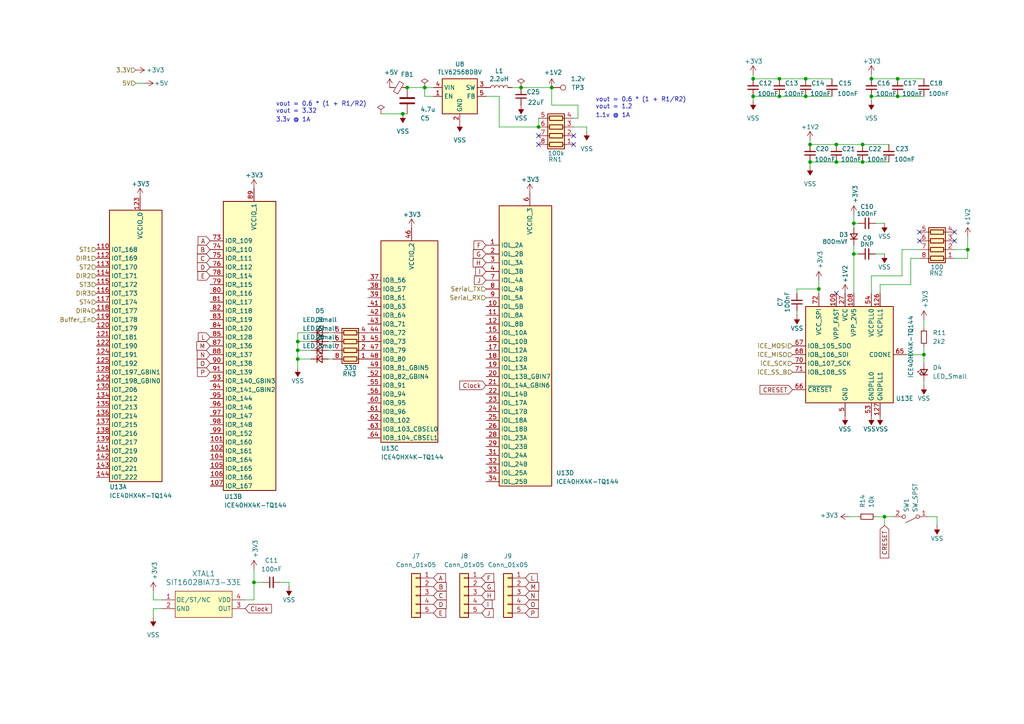
<source format=kicad_sch>
(kicad_sch (version 20231120) (generator "eeschema") (generator_version "8.0")
  (paper "A4")
  (lib_symbols
    (symbol "Connector:TestPoint" (pin_numbers hide) (pin_names (offset 0.762) hide)
      (property "Reference" "TP" (at 0 6.858 0))
      (property "Value" "TestPoint" (at 0 5.08 0))
      (symbol "TestPoint_1_1"
        (pin passive line (at 0 0 90) (length 2.54) (name "1") (number "1"))
      )
    )
    (symbol "Connector_Generic:Conn_01x05" (pin_names (offset 1.016) hide)
      (property "Reference" "J" (at 0 7.62 0))
      (property "Value" "Conn_01x05" (at 0 -7.62 0))
      (symbol "Conn_01x05_1_1"
        (pin passive line (at -5.08 5.08 0) (length 3.81) (name "Pin_1") (number "1"))
        (pin passive line (at -5.08 2.54 0) (length 3.81) (name "Pin_2") (number "2"))
        (pin passive line (at -5.08 0 0) (length 3.81) (name "Pin_3") (number "3"))
        (pin passive line (at -5.08 -2.54 0) (length 3.81) (name "Pin_4") (number "4"))
        (pin passive line (at -5.08 -5.08 0) (length 3.81) (name "Pin_5") (number "5"))
      )
    )
    (symbol "Device:C" (pin_numbers hide) (pin_names (offset 0.254))
      (property "Reference" "C" (at 0.635 2.54 0))
      (property "Value" "C" (at 0.635 -2.54 0))
      (symbol "C_1_1"
        (pin passive line (at 0 3.81 270) (length 2.794) (name "~") (number "1"))
        (pin passive line (at 0 -3.81 90) (length 2.794) (name "~") (number "2"))
      )
    )
    (symbol "Device:C_Small" (pin_numbers hide) (pin_names (offset 0.254) hide)
      (property "Reference" "C" (at 0.254 1.778 0))
      (property "Value" "C_Small" (at 0.254 -2.032 0))
      (symbol "C_Small_1_1"
        (pin passive line (at 0 2.54 270) (length 2.032) (name "~") (number "1"))
        (pin passive line (at 0 -2.54 90) (length 2.032) (name "~") (number "2"))
      )
    )
    (symbol "Device:D_Small" (pin_numbers hide) (pin_names (offset 0.254) hide)
      (property "Reference" "D" (at -1.27 2.032 0))
      (property "Value" "D_Small" (at -3.81 -2.032 0))
      (symbol "D_Small_1_1"
        (pin passive line (at -2.54 0 0) (length 1.778) (name "K") (number "1"))
        (pin passive line (at 2.54 0 180) (length 1.778) (name "A") (number "2"))
      )
    )
    (symbol "Device:L" (pin_numbers hide) (pin_names (offset 1.016) hide)
      (property "Reference" "L" (at -1.27 0 90))
      (property "Value" "L" (at 1.905 0 90))
      (symbol "L_1_1"
        (pin passive line (at 0 3.81 270) (length 1.27) (name "1") (number "1"))
        (pin passive line (at 0 -3.81 90) (length 1.27) (name "2") (number "2"))
      )
    )
    (symbol "Device:LED_Small" (pin_numbers hide) (pin_names (offset 0.254) hide)
      (property "Reference" "D" (at -1.27 3.175 0))
      (property "Value" "LED_Small" (at -4.445 -2.54 0))
      (symbol "LED_Small_1_1"
        (pin passive line (at -2.54 0 0) (length 1.778) (name "K") (number "1"))
        (pin passive line (at 2.54 0 180) (length 1.778) (name "A") (number "2"))
      )
    )
    (symbol "Device:R_Pack04" (pin_names (offset 0) hide)
      (property "Reference" "RN" (at -7.62 0 90))
      (property "Value" "R_Pack04" (at 5.08 0 90))
      (symbol "R_Pack04_1_1"
        (pin passive line (at -5.08 -5.08 90) (length 2.54) (name "R1.1") (number "1"))
        (pin passive line (at -2.54 -5.08 90) (length 2.54) (name "R2.1") (number "2"))
        (pin passive line (at 0 -5.08 90) (length 2.54) (name "R3.1") (number "3"))
        (pin passive line (at 2.54 -5.08 90) (length 2.54) (name "R4.1") (number "4"))
        (pin passive line (at 2.54 5.08 270) (length 2.54) (name "R4.2") (number "5"))
        (pin passive line (at 0 5.08 270) (length 2.54) (name "R3.2") (number "6"))
        (pin passive line (at -2.54 5.08 270) (length 2.54) (name "R2.2") (number "7"))
        (pin passive line (at -5.08 5.08 270) (length 2.54) (name "R1.2") (number "8"))
      )
    )
    (symbol "Device:R_Small" (pin_numbers hide) (pin_names (offset 0.254) hide)
      (property "Reference" "R" (at 0.762 0.508 0))
      (property "Value" "R_Small" (at 0.762 -1.016 0))
      (symbol "R_Small_1_1"
        (pin passive line (at 0 2.54 270) (length 0.762) (name "~") (number "1"))
        (pin passive line (at 0 -2.54 90) (length 0.762) (name "~") (number "2"))
      )
    )
    (symbol "FPGA_Lattice:ICE40HX4K-TQ144"
      (property "Reference" "U" (at 12.7 53.34 0))
      (property "Value" "ICE40HX4K-TQ144" (at 30.48 48.26 0))
      (symbol "ICE40HX4K-TQ144_1_1"
        (pin bidirectional line (at -12.7 30.48 0) (length 3.81) (name "IOT_168") (number "110"))
        (pin bidirectional line (at -12.7 27.94 0) (length 3.81) (name "IOT_169") (number "112"))
        (pin bidirectional line (at -12.7 25.4 0) (length 3.81) (name "IOT_170") (number "113"))
        (pin bidirectional line (at -12.7 22.86 0) (length 3.81) (name "IOT_171") (number "114"))
        (pin bidirectional line (at -12.7 20.32 0) (length 3.81) (name "IOT_172") (number "115"))
        (pin bidirectional line (at -12.7 17.78 0) (length 3.81) (name "IOT_173") (number "116"))
        (pin bidirectional line (at -12.7 15.24 0) (length 3.81) (name "IOT_174") (number "117"))
        (pin bidirectional line (at -12.7 12.7 0) (length 3.81) (name "IOT_177") (number "118"))
        (pin bidirectional line (at -12.7 10.16 0) (length 3.81) (name "IOT_178") (number "119"))
        (pin bidirectional line (at -12.7 7.62 0) (length 3.81) (name "IOT_179") (number "120"))
        (pin bidirectional line (at -12.7 5.08 0) (length 3.81) (name "IOT_181") (number "121"))
        (pin bidirectional line (at -12.7 2.54 0) (length 3.81) (name "IOT_190") (number "122"))
        (pin power_in line (at 0 45.72 270) (length 3.81) (name "VCCIO_0") (number "123"))
        (pin bidirectional line (at -12.7 0 0) (length 3.81) (name "IOT_191") (number "124"))
        (pin bidirectional line (at -12.7 -2.54 0) (length 3.81) (name "IOT_192") (number "125"))
        (pin bidirectional line (at -12.7 -5.08 0) (length 3.81) (name "IOT_197_GBIN1") (number "128"))
        (pin bidirectional line (at -12.7 -7.62 0) (length 3.81) (name "IOT_198_GBIN0") (number "129"))
        (pin bidirectional line (at -12.7 -10.16 0) (length 3.81) (name "IOT_206") (number "130"))
        (pin passive line (at 0 45.72 270) (length 3.81) hide (name "VCCIO_0") (number "131"))
        (pin bidirectional line (at -12.7 -12.7 0) (length 3.81) (name "IOT_212") (number "134"))
        (pin bidirectional line (at -12.7 -15.24 0) (length 3.81) (name "IOT_213") (number "135"))
        (pin bidirectional line (at -12.7 -17.78 0) (length 3.81) (name "IOT_214") (number "136"))
        (pin bidirectional line (at -12.7 -20.32 0) (length 3.81) (name "IOT_215") (number "137"))
        (pin bidirectional line (at -12.7 -22.86 0) (length 3.81) (name "IOT_216") (number "138"))
        (pin bidirectional line (at -12.7 -25.4 0) (length 3.81) (name "IOT_217") (number "139"))
        (pin bidirectional line (at -12.7 -27.94 0) (length 3.81) (name "IOT_219") (number "141"))
        (pin bidirectional line (at -12.7 -30.48 0) (length 3.81) (name "IOT_220") (number "142"))
        (pin bidirectional line (at -12.7 -33.02 0) (length 3.81) (name "IOT_221") (number "143"))
        (pin bidirectional line (at -12.7 -35.56 0) (length 3.81) (name "IOT_222") (number "144"))
      )
      (symbol "ICE40HX4K-TQ144_2_1"
        (pin passive line (at 0 48.26 270) (length 3.81) hide (name "VCCIO_1") (number "100"))
        (pin bidirectional line (at -12.7 -25.4 0) (length 3.81) (name "IOR_160") (number "101"))
        (pin bidirectional line (at -12.7 -27.94 0) (length 3.81) (name "IOR_161") (number "102"))
        (pin bidirectional line (at -12.7 -30.48 0) (length 3.81) (name "IOR_164") (number "104"))
        (pin bidirectional line (at -12.7 -33.02 0) (length 3.81) (name "IOR_165") (number "105"))
        (pin bidirectional line (at -12.7 -35.56 0) (length 3.81) (name "IOR_166") (number "106"))
        (pin bidirectional line (at -12.7 -38.1 0) (length 3.81) (name "IOR_167") (number "107"))
        (pin bidirectional line (at -12.7 33.02 0) (length 3.81) (name "IOR_109") (number "73"))
        (pin bidirectional line (at -12.7 30.48 0) (length 3.81) (name "IOR_110") (number "74"))
        (pin bidirectional line (at -12.7 27.94 0) (length 3.81) (name "IOR_111") (number "75"))
        (pin bidirectional line (at -12.7 25.4 0) (length 3.81) (name "IOR_112") (number "76"))
        (pin bidirectional line (at -12.7 22.86 0) (length 3.81) (name "IOR_114") (number "78"))
        (pin bidirectional line (at -12.7 20.32 0) (length 3.81) (name "IOR_115") (number "79"))
        (pin bidirectional line (at -12.7 17.78 0) (length 3.81) (name "IOR_116") (number "80"))
        (pin bidirectional line (at -12.7 15.24 0) (length 3.81) (name "IOR_117") (number "81"))
        (pin bidirectional line (at -12.7 12.7 0) (length 3.81) (name "IOR_118") (number "82"))
        (pin bidirectional line (at -12.7 10.16 0) (length 3.81) (name "IOR_119") (number "83"))
        (pin bidirectional line (at -12.7 7.62 0) (length 3.81) (name "IOR_120") (number "84"))
        (pin bidirectional line (at -12.7 5.08 0) (length 3.81) (name "IOR_128") (number "85"))
        (pin bidirectional line (at -12.7 2.54 0) (length 3.81) (name "IOR_136") (number "87"))
        (pin bidirectional line (at -12.7 0 0) (length 3.81) (name "IOR_137") (number "88"))
        (pin power_in line (at 0 48.26 270) (length 3.81) (name "VCCIO_1") (number "89"))
        (pin bidirectional line (at -12.7 -2.54 0) (length 3.81) (name "IOR_138") (number "90"))
        (pin bidirectional line (at -12.7 -5.08 0) (length 3.81) (name "IOR_139") (number "91"))
        (pin bidirectional line (at -12.7 -7.62 0) (length 3.81) (name "IOR_140_GBIN3") (number "93"))
        (pin bidirectional line (at -12.7 -10.16 0) (length 3.81) (name "IOR_141_GBIN2") (number "94"))
        (pin bidirectional line (at -12.7 -12.7 0) (length 3.81) (name "IOR_144") (number "95"))
        (pin bidirectional line (at -12.7 -15.24 0) (length 3.81) (name "IOR_146") (number "96"))
        (pin bidirectional line (at -12.7 -17.78 0) (length 3.81) (name "IOR_147") (number "97"))
        (pin bidirectional line (at -12.7 -20.32 0) (length 3.81) (name "IOR_148") (number "98"))
        (pin bidirectional line (at -12.7 -22.86 0) (length 3.81) (name "IOR_152") (number "99"))
      )
      (symbol "ICE40HX4K-TQ144_3_1"
        (pin bidirectional line (at -12.7 20.32 0) (length 3.81) (name "IOB_56") (number "37"))
        (pin bidirectional line (at -12.7 17.78 0) (length 3.81) (name "IOB_57") (number "38"))
        (pin bidirectional line (at -12.7 15.24 0) (length 3.81) (name "IOB_61") (number "39"))
        (pin bidirectional line (at -12.7 12.7 0) (length 3.81) (name "IOB_63") (number "41"))
        (pin bidirectional line (at -12.7 10.16 0) (length 3.81) (name "IOB_64") (number "42"))
        (pin bidirectional line (at -12.7 7.62 0) (length 3.81) (name "IOB_71") (number "43"))
        (pin bidirectional line (at -12.7 5.08 0) (length 3.81) (name "IOB_72") (number "44"))
        (pin bidirectional line (at -12.7 2.54 0) (length 3.81) (name "IOB_73") (number "45"))
        (pin power_in line (at 0 35.56 270) (length 3.81) (name "VCCIO_2") (number "46"))
        (pin bidirectional line (at -12.7 0 0) (length 3.81) (name "IOB_79") (number "47"))
        (pin bidirectional line (at -12.7 -2.54 0) (length 3.81) (name "IOB_80") (number "48"))
        (pin bidirectional line (at -12.7 -5.08 0) (length 3.81) (name "IOB_81_GBIN5") (number "49"))
        (pin bidirectional line (at -12.7 -7.62 0) (length 3.81) (name "IOB_82_GBIN4") (number "52"))
        (pin bidirectional line (at -12.7 -10.16 0) (length 3.81) (name "IOB_91") (number "55"))
        (pin bidirectional line (at -12.7 -12.7 0) (length 3.81) (name "IOB_94") (number "56"))
        (pin passive line (at 0 35.56 270) (length 3.81) hide (name "VCCIO_2") (number "57"))
        (pin bidirectional line (at -12.7 -15.24 0) (length 3.81) (name "IOB_95") (number "60"))
        (pin bidirectional line (at -12.7 -17.78 0) (length 3.81) (name "IOB_96") (number "61"))
        (pin bidirectional line (at -12.7 -20.32 0) (length 3.81) (name "IOB_102") (number "62"))
        (pin bidirectional line (at -12.7 -22.86 0) (length 3.81) (name "IOB_103_CBSEL0") (number "63"))
        (pin bidirectional line (at -12.7 -25.4 0) (length 3.81) (name "IOB_104_CBSEL1") (number "64"))
      )
      (symbol "ICE40HX4K-TQ144_4_1"
        (pin bidirectional line (at -12.7 30.48 0) (length 3.81) (name "IOL_2A") (number "1"))
        (pin bidirectional line (at -12.7 12.7 0) (length 3.81) (name "IOL_5B") (number "10"))
        (pin bidirectional line (at -12.7 10.16 0) (length 3.81) (name "IOL_8A") (number "11"))
        (pin bidirectional line (at -12.7 7.62 0) (length 3.81) (name "IOL_8B") (number "12"))
        (pin bidirectional line (at -12.7 5.08 0) (length 3.81) (name "IOL_10A") (number "15"))
        (pin bidirectional line (at -12.7 2.54 0) (length 3.81) (name "IOL_10B") (number "16"))
        (pin bidirectional line (at -12.7 0 0) (length 3.81) (name "IOL_12A") (number "17"))
        (pin bidirectional line (at -12.7 -2.54 0) (length 3.81) (name "IOL_12B") (number "18"))
        (pin bidirectional line (at -12.7 -5.08 0) (length 3.81) (name "IOL_13A") (number "19"))
        (pin bidirectional line (at -12.7 27.94 0) (length 3.81) (name "IOL_2B") (number "2"))
        (pin bidirectional line (at -12.7 -7.62 0) (length 3.81) (name "IOL_13B_GBIN7") (number "20"))
        (pin bidirectional line (at -12.7 -10.16 0) (length 3.81) (name "IOL_14A_GBIN6") (number "21"))
        (pin bidirectional line (at -12.7 -12.7 0) (length 3.81) (name "IOL_14B") (number "22"))
        (pin bidirectional line (at -12.7 -15.24 0) (length 3.81) (name "IOL_17A") (number "23"))
        (pin bidirectional line (at -12.7 -17.78 0) (length 3.81) (name "IOL_17B") (number "24"))
        (pin bidirectional line (at -12.7 -20.32 0) (length 3.81) (name "IOL_18A") (number "25"))
        (pin bidirectional line (at -12.7 -22.86 0) (length 3.81) (name "IOL_18B") (number "26"))
        (pin bidirectional line (at -12.7 -25.4 0) (length 3.81) (name "IOL_23A") (number "28"))
        (pin bidirectional line (at -12.7 -27.94 0) (length 3.81) (name "IOL_23B") (number "29"))
        (pin bidirectional line (at -12.7 25.4 0) (length 3.81) (name "IOL_3A") (number "3"))
        (pin passive line (at 0 45.72 270) (length 3.81) hide (name "VCCIO_3") (number "30"))
        (pin bidirectional line (at -12.7 -30.48 0) (length 3.81) (name "IOL_24A") (number "31"))
        (pin bidirectional line (at -12.7 -33.02 0) (length 3.81) (name "IOL_24B") (number "32"))
        (pin bidirectional line (at -12.7 -35.56 0) (length 3.81) (name "IOL_25A") (number "33"))
        (pin bidirectional line (at -12.7 -38.1 0) (length 3.81) (name "IOL_25B") (number "34"))
        (pin bidirectional line (at -12.7 22.86 0) (length 3.81) (name "IOL_3B") (number "4"))
        (pin power_in line (at 0 45.72 270) (length 3.81) (name "VCCIO_3") (number "6"))
        (pin bidirectional line (at -12.7 20.32 0) (length 3.81) (name "IOL_4A") (number "7"))
        (pin bidirectional line (at -12.7 17.78 0) (length 3.81) (name "IOL_4B") (number "8"))
        (pin bidirectional line (at -12.7 15.24 0) (length 3.81) (name "IOL_5A") (number "9"))
      )
      (symbol "ICE40HX4K-TQ144_5_1"
        (pin passive line (at 0 -17.78 90) (length 3.81) hide (name "GND") (number "103"))
        (pin power_in line (at 2.54 17.78 270) (length 3.81) (name "VPP_2V5") (number "108"))
        (pin power_in line (at -2.54 17.78 270) (length 3.81) (name "VPP_FAST") (number "109"))
        (pin passive line (at 0 17.78 270) (length 3.81) hide (name "VCC") (number "111"))
        (pin power_in line (at 10.16 17.78 270) (length 3.81) (name "VCCPLL1") (number "126"))
        (pin power_in line (at 10.16 -17.78 90) (length 3.81) (name "GNDPLL1") (number "127"))
        (pin passive line (at 0 -17.78 90) (length 3.81) hide (name "GND") (number "13"))
        (pin passive line (at 0 -17.78 90) (length 3.81) hide (name "GND") (number "132"))
        (pin no_connect line (at 12.7 -10.16 180) (length 3.81) hide (name "NC") (number "133"))
        (pin passive line (at 0 -17.78 90) (length 3.81) hide (name "GND") (number "14"))
        (pin passive line (at 0 -17.78 90) (length 3.81) hide (name "GND") (number "140"))
        (pin power_in line (at 0 17.78 270) (length 3.81) (name "VCC") (number "27"))
        (pin no_connect line (at 12.7 5.08 180) (length 3.81) hide (name "NC") (number "35"))
        (pin no_connect line (at 12.7 2.54 180) (length 3.81) hide (name "NC") (number "36"))
        (pin passive line (at 0 17.78 270) (length 3.81) hide (name "VCC") (number "40"))
        (pin power_in line (at 0 -17.78 90) (length 3.81) (name "GND") (number "5"))
        (pin no_connect line (at 12.7 -2.54 180) (length 3.81) hide (name "NC") (number "50"))
        (pin no_connect line (at 12.7 -5.08 180) (length 3.81) hide (name "NC") (number "51"))
        (pin power_in line (at 7.62 -17.78 90) (length 3.81) (name "GNDPLL0") (number "53"))
        (pin power_in line (at 7.62 17.78 270) (length 3.81) (name "VCCPLL0") (number "54"))
        (pin no_connect line (at 12.7 -7.62 180) (length 3.81) hide (name "NC") (number "58"))
        (pin passive line (at 0 -17.78 90) (length 3.81) hide (name "GND") (number "59"))
        (pin open_collector line (at 17.78 0 180) (length 3.81) (name "CDONE") (number "65"))
        (pin input line (at -15.24 -10.16 0) (length 3.81) (name "~{CRESET}") (number "66"))
        (pin bidirectional line (at -15.24 2.54 0) (length 3.81) (name "IOB_105_SDO") (number "67"))
        (pin bidirectional line (at -15.24 0 0) (length 3.81) (name "IOB_106_SDI") (number "68"))
        (pin passive line (at 0 -17.78 90) (length 3.81) hide (name "GND") (number "69"))
        (pin bidirectional line (at -15.24 -2.54 0) (length 3.81) (name "IOB_107_SCK") (number "70"))
        (pin bidirectional line (at -15.24 -5.08 0) (length 3.81) (name "IOB_108_SS") (number "71"))
        (pin power_in line (at -7.62 17.78 270) (length 3.81) (name "VCC_SPI") (number "72"))
        (pin no_connect line (at 12.7 7.62 180) (length 3.81) hide (name "NC") (number "77"))
        (pin passive line (at 0 -17.78 90) (length 3.81) hide (name "GND") (number "86"))
        (pin passive line (at 0 17.78 270) (length 3.81) hide (name "VCC") (number "92"))
      )
    )
    (symbol "Regulator_Switching:TLV62568DBV"
      (property "Reference" "U" (at -5.08 6.35 0))
      (property "Value" "TLV62568DBV" (at 0 6.35 0))
      (symbol "TLV62568DBV_1_1"
        (pin input line (at -7.62 0 0) (length 2.54) (name "EN") (number "1"))
        (pin power_in line (at 0 -7.62 90) (length 2.54) (name "GND") (number "2"))
        (pin power_out line (at 7.62 2.54 180) (length 2.54) (name "SW") (number "3"))
        (pin power_in line (at -7.62 2.54 0) (length 2.54) (name "VIN") (number "4"))
        (pin input line (at 7.62 0 180) (length 2.54) (name "FB") (number "5"))
      )
    )
    (symbol "Switch:SW_SPST" (pin_names (offset 0) hide)
      (property "Reference" "SW" (at 0 3.175 0))
      (property "Value" "SW_SPST" (at 0 -2.54 0))
      (symbol "SW_SPST_1_1"
        (pin passive line (at -5.08 0 0) (length 2.54) (name "A") (number "1"))
        (pin passive line (at 5.08 0 180) (length 2.54) (name "B") (number "2"))
      )
    )
    (symbol "UE-Crystal:SIT1602BIA73-33E-33.330000E" (pin_names (offset 0.254))
      (property "Reference" "XTAL" (at 16.002 6.604 0))
      (property "Value" "SIT1602BIA73-33E" (at 15.748 4.064 0))
      (symbol "SIT1602BIA73-33E-33.330000E_1_1"
        (pin unspecified line (at 3.81 0 0) (length 3.81) (name "OE/ST/NC") (number "1"))
        (pin power_out line (at 3.81 -2.54 0) (length 3.81) (name "GND") (number "2"))
        (pin output line (at 27.94 -2.54 180) (length 3.81) (name "OUT") (number "3"))
        (pin power_in line (at 27.94 0 180) (length 3.81) (name "VDD") (number "4"))
      )
    )
    (symbol "basic-ecp5-pcb-rescue:+1V1-power" (power) (pin_names (offset 0))
      (property "Value" "power_+1V1" (at 0 3.556 0))
      (symbol "+1V1-power_1_1"
        (pin power_in line (at 0 0 90) (length 0) hide (name "+1V1") (number "1"))
      )
    )
    (symbol "basic-ecp5-pcb-rescue:+3.3V-power" (power) (pin_names (offset 0))
      (property "Value" "power_+3.3V" (at 0 3.556 0))
      (symbol "+3.3V-power_1_1"
        (pin power_in line (at 0 0 90) (length 0) hide (name "+3V3") (number "1"))
      )
    )
    (symbol "basic-ecp5-pcb-rescue:+5V-power" (power) (pin_names (offset 0))
      (property "Value" "power_+5V" (at 0 3.556 0))
      (symbol "+5V-power_1_1"
        (pin power_in line (at 0 0 90) (length 0) hide (name "+5V") (number "1"))
      )
    )
    (symbol "basic-ecp5-pcb-rescue:Ferrite_Bead_Small-Device" (pin_numbers hide) (pin_names (offset 0))
      (property "Reference" "FB" (at 1.905 1.27 0))
      (property "Value" "Device_Ferrite_Bead_Small" (at 1.905 -1.27 0))
      (symbol "Ferrite_Bead_Small-Device_1_1"
        (pin passive line (at 0 2.54 270) (length 1.27) (name "~") (number "1"))
        (pin passive line (at 0 -2.54 90) (length 1.27) (name "~") (number "2"))
      )
    )
    (symbol "basic-ecp5-pcb-rescue:PWR_FLAG-power" (power) (pin_numbers hide) (pin_names (offset 0) hide)
      (property "Value" "power_PWR_FLAG" (at 0 3.81 0))
      (symbol "PWR_FLAG-power_0_0"
        (pin power_out line (at 0 0 90) (length 0) (name "pwr") (number "1"))
      )
    )
    (symbol "power:VSS" (power) (pin_numbers hide) (pin_names (offset 0) hide)
      (property "Value" "VSS" (at 0 3.556 0))
      (symbol "VSS_1_1"
        (pin power_in line (at 0 0 90) (length 0) (name "~") (number "1"))
      )
    )
  )
  (junction (at 234.95 46.99))
  (junction (at 250.19 41.91))
  (junction (at 156.21 36.83))
  (junction (at 86.36 101.6))
  (junction (at 247.65 73.66))
  (junction (at 237.49 83.82))
  (junction (at 73.66 168.91))
  (junction (at 256.54 149.86))
  (junction (at 233.68 22.86))
  (junction (at 86.36 99.06))
  (junction (at 242.57 46.99))
  (junction (at 252.73 22.86))
  (junction (at 233.68 27.94))
  (junction (at 226.06 22.86))
  (junction (at 267.97 102.87))
  (junction (at 123.19 25.4))
  (junction (at 160.02 25.4))
  (junction (at 116.84 33.02))
  (junction (at 218.44 22.86))
  (junction (at 247.65 64.77))
  (junction (at 252.73 27.94))
  (junction (at 260.35 27.94))
  (junction (at 151.13 25.4))
  (junction (at 250.19 46.99))
  (junction (at 86.36 104.14))
  (junction (at 226.06 27.94))
  (junction (at 118.11 25.4))
  (junction (at 242.57 41.91))
  (junction (at 280.67 72.39))
  (junction (at 218.44 27.94))
  (junction (at 260.35 22.86))
  (junction (at 234.95 41.91))
  (no_connect (at 156.21 41.91))
  (no_connect (at 276.86 67.31))
  (no_connect (at 242.57 85.09))
  (no_connect (at 266.7 69.85))
  (no_connect (at 156.21 39.37))
  (no_connect (at 166.37 41.91))
  (no_connect (at 276.86 69.85))
  (no_connect (at 166.37 39.37))
  (no_connect (at 266.7 67.31))
  (wire (pts (xy 73.66 173.99) (xy 73.66 168.91)))
  (wire (pts (xy 247.65 64.77) (xy 247.65 66.04)))
  (wire (pts (xy 116.84 33.02) (xy 110.49 33.02)))
  (wire (pts (xy 260.35 22.86) (xy 267.97 22.86)))
  (wire (pts (xy 86.36 99.06) (xy 90.17 99.06)))
  (wire (pts (xy 234.95 46.99) (xy 242.57 46.99)))
  (wire (pts (xy 73.66 168.91) (xy 76.2 168.91)))
  (wire (pts (xy 252.73 85.09) (xy 252.73 80.01)))
  (wire (pts (xy 218.44 27.94) (xy 218.44 29.21)))
  (wire (pts (xy 252.73 27.94) (xy 260.35 27.94)))
  (wire (pts (xy 256.54 149.86) (xy 259.08 149.86)))
  (wire (pts (xy 250.19 46.99) (xy 257.81 46.99)))
  (wire (pts (xy 170.18 36.83) (xy 166.37 36.83)))
  (wire (pts (xy 118.11 33.02) (xy 116.84 33.02)))
  (wire (pts (xy 252.73 22.86) (xy 260.35 22.86)))
  (wire (pts (xy 267.97 100.33) (xy 267.97 102.87)))
  (wire (pts (xy 242.57 41.91) (xy 250.19 41.91)))
  (wire (pts (xy 218.44 21.59) (xy 218.44 22.86)))
  (wire (pts (xy 280.67 72.39) (xy 280.67 68.58)))
  (wire (pts (xy 254 149.86) (xy 256.54 149.86)))
  (wire (pts (xy 95.25 99.06) (xy 96.52 99.06)))
  (wire (pts (xy 144.78 36.83) (xy 144.78 27.94)))
  (wire (pts (xy 267.97 110.49) (xy 267.97 111.76)))
  (wire (pts (xy 234.95 46.99) (xy 234.95 48.26)))
  (wire (pts (xy 156.21 36.83) (xy 144.78 36.83)))
  (wire (pts (xy 267.97 92.71) (xy 267.97 95.25)))
  (wire (pts (xy 247.65 62.23) (xy 247.65 64.77)))
  (wire (pts (xy 118.11 25.4) (xy 123.19 25.4)))
  (wire (pts (xy 123.19 25.4) (xy 125.73 25.4)))
  (wire (pts (xy 95.25 104.14) (xy 96.52 104.14)))
  (wire (pts (xy 44.45 171.45) (xy 44.45 173.99)))
  (wire (pts (xy 83.82 168.91) (xy 81.28 168.91)))
  (wire (pts (xy 46.99 173.99) (xy 44.45 173.99)))
  (wire (pts (xy 226.06 22.86) (xy 233.68 22.86)))
  (wire (pts (xy 73.66 168.91) (xy 73.66 165.1)))
  (wire (pts (xy 252.73 21.59) (xy 252.73 22.86)))
  (wire (pts (xy 255.27 82.55) (xy 264.16 82.55)))
  (wire (pts (xy 247.65 64.77) (xy 248.92 64.77)))
  (wire (pts (xy 151.13 25.4) (xy 160.02 25.4)))
  (wire (pts (xy 167.64 34.29) (xy 167.64 30.48)))
  (wire (pts (xy 167.64 30.48) (xy 160.02 30.48)))
  (wire (pts (xy 144.78 27.94) (xy 140.97 27.94)))
  (wire (pts (xy 237.49 81.28) (xy 237.49 83.82)))
  (wire (pts (xy 86.36 96.52) (xy 90.17 96.52)))
  (wire (pts (xy 86.36 104.14) (xy 86.36 101.6)))
  (wire (pts (xy 247.65 71.12) (xy 247.65 73.66)))
  (wire (pts (xy 252.73 80.01) (xy 261.62 80.01)))
  (wire (pts (xy 234.95 41.91) (xy 242.57 41.91)))
  (wire (pts (xy 86.36 101.6) (xy 90.17 101.6)))
  (wire (pts (xy 231.14 83.82) (xy 237.49 83.82)))
  (wire (pts (xy 276.86 72.39) (xy 280.67 72.39)))
  (wire (pts (xy 264.16 74.93) (xy 266.7 74.93)))
  (wire (pts (xy 233.68 27.94) (xy 241.3 27.94)))
  (wire (pts (xy 226.06 27.94) (xy 233.68 27.94)))
  (wire (pts (xy 86.36 99.06) (xy 86.36 96.52)))
  (wire (pts (xy 254 73.66) (xy 256.54 73.66)))
  (wire (pts (xy 86.36 101.6) (xy 86.36 99.06)))
  (wire (pts (xy 271.78 149.86) (xy 269.24 149.86)))
  (wire (pts (xy 261.62 80.01) (xy 261.62 72.39)))
  (wire (pts (xy 260.35 27.94) (xy 267.97 27.94)))
  (wire (pts (xy 44.45 176.53) (xy 46.99 176.53)))
  (wire (pts (xy 276.86 74.93) (xy 280.67 74.93)))
  (wire (pts (xy 280.67 74.93) (xy 280.67 72.39)))
  (wire (pts (xy 237.49 83.82) (xy 237.49 85.09)))
  (wire (pts (xy 218.44 22.86) (xy 226.06 22.86)))
  (wire (pts (xy 86.36 106.68) (xy 86.36 104.14)))
  (wire (pts (xy 271.78 152.4) (xy 271.78 149.86)))
  (wire (pts (xy 264.16 82.55) (xy 264.16 74.93)))
  (wire (pts (xy 231.14 85.09) (xy 231.14 83.82)))
  (wire (pts (xy 160.02 30.48) (xy 160.02 25.4)))
  (wire (pts (xy 156.21 34.29) (xy 156.21 36.83)))
  (wire (pts (xy 247.65 73.66) (xy 247.65 85.09)))
  (wire (pts (xy 44.45 179.07) (xy 44.45 176.53)))
  (wire (pts (xy 262.89 102.87) (xy 267.97 102.87)))
  (wire (pts (xy 218.44 27.94) (xy 226.06 27.94)))
  (wire (pts (xy 247.65 73.66) (xy 248.92 73.66)))
  (wire (pts (xy 95.25 96.52) (xy 96.52 96.52)))
  (wire (pts (xy 250.19 41.91) (xy 257.81 41.91)))
  (wire (pts (xy 255.27 85.09) (xy 255.27 82.55)))
  (wire (pts (xy 83.82 170.18) (xy 83.82 168.91)))
  (wire (pts (xy 95.25 101.6) (xy 96.52 101.6)))
  (wire (pts (xy 267.97 102.87) (xy 267.97 105.41)))
  (wire (pts (xy 256.54 152.4) (xy 256.54 149.86)))
  (wire (pts (xy 71.12 173.99) (xy 73.66 173.99)))
  (wire (pts (xy 148.59 25.4) (xy 151.13 25.4)))
  (wire (pts (xy 86.36 104.14) (xy 90.17 104.14)))
  (wire (pts (xy 231.14 90.17) (xy 231.14 91.44)))
  (wire (pts (xy 254 64.77) (xy 256.54 64.77)))
  (wire (pts (xy 233.68 22.86) (xy 241.3 22.86)))
  (wire (pts (xy 170.18 38.1) (xy 170.18 36.83)))
  (wire (pts (xy 125.73 27.94) (xy 123.19 27.94)))
  (wire (pts (xy 246.38 149.86) (xy 248.92 149.86)))
  (wire (pts (xy 242.57 46.99) (xy 250.19 46.99)))
  (wire (pts (xy 252.73 27.94) (xy 252.73 29.21)))
  (wire (pts (xy 261.62 72.39) (xy 266.7 72.39)))
  (wire (pts (xy 166.37 34.29) (xy 167.64 34.29)))
  (wire (pts (xy 39.37 24.13) (xy 41.91 24.13)))
  (wire (pts (xy 123.19 27.94) (xy 123.19 25.4)))
  (wire (pts (xy 234.95 40.64) (xy 234.95 41.91)))
  (text "vout = 0.6 * (1 + R1/R2)\nvout = 1.2" (at 172.72 31.75 0) (effects (font (size 1.27 1.27)) (justify left bottom)))
  (text "3.3v @ 1A\n" (at 80.01 35.56 0) (effects (font (size 1.27 1.27)) (justify left bottom)))
  (text "vout = 0.6 * (1 + R1/R2)\nvout = 3.32" (at 80.01 33.02 0) (effects (font (size 1.27 1.27)) (justify left bottom)))
  (text "1.1v @ 1A\n" (at 172.72 34.29 0) (effects (font (size 1.27 1.27)) (justify left bottom)))
  (global_label "N" (shape input) (at 60.96 102.87 180) (property "Intersheetrefs" "${INTERSHEET_REFS}" (effects (hide yes))))
  (global_label "H" (shape input) (at 139.7 172.72 0) (property "Intersheetrefs" "${INTERSHEET_REFS}" (effects (hide yes))))
  (global_label "O" (shape input) (at 152.4 175.26 0) (property "Intersheetrefs" "${INTERSHEET_REFS}" (effects (hide yes))))
  (global_label "B" (shape input) (at 125.73 170.18 0) (property "Intersheetrefs" "${INTERSHEET_REFS}" (effects (hide yes))))
  (global_label "L" (shape input) (at 152.4 167.64 0) (property "Intersheetrefs" "${INTERSHEET_REFS}" (effects (hide yes))))
  (global_label "O" (shape input) (at 60.96 105.41 180) (property "Intersheetrefs" "${INTERSHEET_REFS}" (effects (hide yes))))
  (global_label "D" (shape input) (at 60.96 77.47 180) (property "Intersheetrefs" "${INTERSHEET_REFS}" (effects (hide yes))))
  (global_label "CRESET" (shape input) (at 229.87 113.03 180) (property "Intersheetrefs" "${INTERSHEET_REFS}" (effects (hide yes))))
  (global_label "I" (shape input) (at 140.97 78.74 180) (property "Intersheetrefs" "${INTERSHEET_REFS}" (effects (hide yes))))
  (global_label "J" (shape input) (at 139.7 177.8 0) (property "Intersheetrefs" "${INTERSHEET_REFS}" (effects (hide yes))))
  (global_label "B" (shape input) (at 60.96 72.39 180) (property "Intersheetrefs" "${INTERSHEET_REFS}" (effects (hide yes))))
  (global_label "Clock" (shape input) (at 140.97 111.76 180) (property "Intersheetrefs" "${INTERSHEET_REFS}" (effects (hide yes))))
  (global_label "D" (shape input) (at 125.73 175.26 0) (property "Intersheetrefs" "${INTERSHEET_REFS}" (effects (hide yes))))
  (global_label "I" (shape input) (at 139.7 175.26 0) (property "Intersheetrefs" "${INTERSHEET_REFS}" (effects (hide yes))))
  (global_label "C" (shape input) (at 125.73 172.72 0) (property "Intersheetrefs" "${INTERSHEET_REFS}" (effects (hide yes))))
  (global_label "CRESET" (shape input) (at 256.54 152.4 270) (property "Intersheetrefs" "${INTERSHEET_REFS}" (effects (hide yes))))
  (global_label "F" (shape input) (at 140.97 71.12 180) (property "Intersheetrefs" "${INTERSHEET_REFS}" (effects (hide yes))))
  (global_label "M" (shape input) (at 60.96 100.33 180) (property "Intersheetrefs" "${INTERSHEET_REFS}" (effects (hide yes))))
  (global_label "P" (shape input) (at 152.4 177.8 0) (property "Intersheetrefs" "${INTERSHEET_REFS}" (effects (hide yes))))
  (global_label "E" (shape input) (at 125.73 177.8 0) (property "Intersheetrefs" "${INTERSHEET_REFS}" (effects (hide yes))))
  (global_label "Clock" (shape input) (at 71.12 176.53 0) (property "Intersheetrefs" "${INTERSHEET_REFS}" (effects (hide yes))))
  (global_label "M" (shape input) (at 152.4 170.18 0) (property "Intersheetrefs" "${INTERSHEET_REFS}" (effects (hide yes))))
  (global_label "P" (shape input) (at 60.96 107.95 180) (property "Intersheetrefs" "${INTERSHEET_REFS}" (effects (hide yes))))
  (global_label "H" (shape input) (at 140.97 76.2 180) (property "Intersheetrefs" "${INTERSHEET_REFS}" (effects (hide yes))))
  (global_label "J" (shape input) (at 140.97 81.28 180) (property "Intersheetrefs" "${INTERSHEET_REFS}" (effects (hide yes))))
  (global_label "L" (shape input) (at 60.96 97.79 180) (property "Intersheetrefs" "${INTERSHEET_REFS}" (effects (hide yes))))
  (global_label "N" (shape input) (at 152.4 172.72 0) (property "Intersheetrefs" "${INTERSHEET_REFS}" (effects (hide yes))))
  (global_label "G" (shape input) (at 139.7 170.18 0) (property "Intersheetrefs" "${INTERSHEET_REFS}" (effects (hide yes))))
  (global_label "A" (shape input) (at 125.73 167.64 0) (property "Intersheetrefs" "${INTERSHEET_REFS}" (effects (hide yes))))
  (global_label "F" (shape input) (at 139.7 167.64 0) (property "Intersheetrefs" "${INTERSHEET_REFS}" (effects (hide yes))))
  (global_label "C" (shape input) (at 60.96 74.93 180) (property "Intersheetrefs" "${INTERSHEET_REFS}" (effects (hide yes))))
  (global_label "E" (shape input) (at 60.96 80.01 180) (property "Intersheetrefs" "${INTERSHEET_REFS}" (effects (hide yes))))
  (global_label "A" (shape input) (at 60.96 69.85 180) (property "Intersheetrefs" "${INTERSHEET_REFS}" (effects (hide yes))))
  (global_label "G" (shape input) (at 140.97 73.66 180) (property "Intersheetrefs" "${INTERSHEET_REFS}" (effects (hide yes))))
  (hierarchical_label "iCE_SS_B" (shape input) (at 229.87 107.95 180))
  (hierarchical_label "ST3" (shape input) (at 27.94 82.55 180))
  (hierarchical_label "Serial_TX" (shape input) (at 140.97 83.82 180))
  (hierarchical_label "Buffer_En" (shape input) (at 27.94 92.71 180))
  (hierarchical_label "iCE_SCK" (shape input) (at 229.87 105.41 180))
  (hierarchical_label "ST1" (shape input) (at 27.94 72.39 180))
  (hierarchical_label "5V" (shape input) (at 39.37 24.13 180))
  (hierarchical_label "ST4" (shape input) (at 27.94 87.63 180))
  (hierarchical_label "3.3V" (shape input) (at 39.37 20.32 180))
  (hierarchical_label "Serial_RX" (shape input) (at 140.97 86.36 180))
  (hierarchical_label "DIR4" (shape input) (at 27.94 90.17 180))
  (hierarchical_label "ST2" (shape input) (at 27.94 77.47 180))
  (hierarchical_label "DIR2" (shape input) (at 27.94 80.01 180))
  (hierarchical_label "iCE_MISO" (shape input) (at 229.87 102.87 180))
  (hierarchical_label "DIR3" (shape input) (at 27.94 85.09 180))
  (hierarchical_label "iCE_MOSI" (shape input) (at 229.87 100.33 180))
  (hierarchical_label "DIR1" (shape input) (at 27.94 74.93 180))
  (symbol (lib_id "power:VSS") (at 252.73 29.21 180) (unit 1)
    (property "Reference" "#PWR043" (effects (hide yes)))
    (property "Value" "VSS" (at 252.73 34.29 0))
    (property "Description" "Power symbol creates a global label with name \"VSS\"" (effects (hide yes)))
  )
  (symbol (lib_id "power:VSS") (at 116.84 33.02 180) (unit 1)
    (property "Reference" "#PWR026" (effects (hide yes)))
    (property "Value" "VSS" (at 116.84 38.1 0))
    (property "Description" "Power symbol creates a global label with name \"VSS\"" (effects (hide yes)))
  )
  (symbol (lib_id "basic-ecp5-pcb-rescue:+3.3V-power") (at 119.38 66.04 0) (unit 1)
    (property "Reference" "#PWR048" (effects (hide yes)))
    (property "Value" "+3V3" (at 116.84 62.23 0) (effects (justify left)))
  )
  (symbol (lib_id "Device:LED_Small") (at 267.97 107.95 90) (unit 1)
    (property "Reference" "D4" (at 270.51 106.6164 90) (effects (justify right)))
    (property "Value" "LED_Small" (at 270.51 109.1564 90) (effects (justify right)))
    (property "Footprint" "LED_SMD:LED_0805_2012Metric" (effects (hide yes)))
    (property "Description" "Light emitting diode, small symbol" (effects (hide yes)))
  )
  (symbol (lib_id "basic-ecp5-pcb-rescue:+5V-power") (at 41.91 24.13 270) (unit 1)
    (property "Reference" "#PWR023" (effects (hide yes)))
    (property "Value" "+5V" (at 46.736 24.13 90))
  )
  (symbol (lib_id "Device:C_Small") (at 257.81 44.45 180) (unit 1)
    (property "Reference" "C23" (at 261.62 43.18 0))
    (property "Value" "100nF" (at 262.382 46.228 0))
    (property "Footprint" "Capacitor_SMD:C_0805_2012Metric" (effects (hide yes)))
    (property "Description" "Unpolarized capacitor, small symbol" (effects (hide yes)))
  )
  (symbol (lib_id "basic-ecp5-pcb-rescue:+3.3V-power") (at 44.45 171.45 0) (unit 1)
    (property "Reference" "#PWR061" (effects (hide yes)))
    (property "Value" "+3V3" (at 44.831 168.1988 90) (effects (justify left)))
  )
  (symbol (lib_id "power:VSS") (at 252.73 120.65 180) (unit 1)
    (property "Reference" "#PWR056" (effects (hide yes)))
    (property "Value" "VSS" (at 252.222 124.46 0))
    (property "Description" "Power symbol creates a global label with name \"VSS\"" (effects (hide yes)))
  )
  (symbol (lib_id "FPGA_Lattice:ICE40HX4K-TQ144") (at 245.11 102.87 0) (unit 5)
    (property "Reference" "U13" (at 262.382 115.57 0))
    (property "Value" "ICE40HX4K-TQ144" (at 264.16 100.584 90))
    (property "Footprint" "Package_QFP:TQFP-144_20x20mm_P0.5mm" (effects (hide yes)))
    (property "Datasheet" "http://www.latticesemi.com/Products/FPGAandCPLD/iCE40" (effects (hide yes)))
    (property "Description" "iCE40 HX FPGA, 3520 LUTs, 1.2V, TQFP-144" (effects (hide yes)))
  )
  (symbol (lib_id "Device:LED_Small") (at 92.71 101.6 0) (unit 1)
    (property "Reference" "D7" (at 92.7735 95.25 0))
    (property "Value" "LED_Small" (at 92.7735 97.79 0))
    (property "Footprint" "LED_SMD:LED_0805_2012Metric" (effects (hide yes)))
    (property "Description" "Light emitting diode, small symbol" (effects (hide yes)))
  )
  (symbol (lib_id "UE-Crystal:SIT1602BIA73-33E-33.330000E") (at 43.18 173.99 0) (unit 1)
    (property "Reference" "XTAL1" (at 59.055 166.37 0) (effects (font (size 1.524 1.524))))
    (property "Value" "SIT1602BIA73-33E" (at 59.055 168.91 0) (effects (font (size 1.524 1.524))))
    (property "Footprint" "UE_Misc:SON4_SIT1602-7_SIT" (effects (hide yes)))
    (property "Datasheet" "SIT1602BIA73-33E-33.330000E" (effects (hide yes)))
  )
  (symbol (lib_id "power:VSS") (at 86.36 106.68 180) (unit 1)
    (property "Reference" "#PWR062" (effects (hide yes)))
    (property "Value" "VSS" (at 86.36 110.49 0))
    (property "Description" "Power symbol creates a global label with name \"VSS\"" (effects (hide yes)))
  )
  (symbol (lib_id "Device:D_Small") (at 247.65 68.58 90) (unit 1)
    (property "Reference" "D3" (at 243.332 68.072 90) (effects (justify right)))
    (property "Value" "800mVf" (at 238.506 70.104 90) (effects (justify right)))
    (property "Footprint" "Diode_SMD:D_0805_2012Metric" (effects (hide yes)))
    (property "Description" "Diode, small symbol" (effects (hide yes)))
    (property "Sim.Device" "D" (effects (hide yes)))
    (property "Sim.Pins" "1=K 2=A" (effects (hide yes)))
  )
  (symbol (lib_id "Device:C_Small") (at 218.44 25.4 180) (unit 1)
    (property "Reference" "C12" (at 221.996 24.13 0))
    (property "Value" "100nF" (at 222.758 27.178 0))
    (property "Footprint" "Capacitor_SMD:C_0805_2012Metric" (effects (hide yes)))
    (property "Description" "Unpolarized capacitor, small symbol" (effects (hide yes)))
  )
  (symbol (lib_id "Device:C_Small") (at 252.73 25.4 180) (unit 1)
    (property "Reference" "C16" (at 256.286 24.13 0))
    (property "Value" "100nF" (at 257.048 27.178 0))
    (property "Footprint" "Capacitor_SMD:C_0805_2012Metric" (effects (hide yes)))
    (property "Description" "Unpolarized capacitor, small symbol" (effects (hide yes)))
  )
  (symbol (lib_id "power:VSS") (at 256.54 64.77 180) (unit 1)
    (property "Reference" "#PWR033" (effects (hide yes)))
    (property "Value" "VSS" (at 256.54 68.58 0))
    (property "Description" "Power symbol creates a global label with name \"VSS\"" (effects (hide yes)))
  )
  (symbol (lib_id "Device:C_Small") (at 251.46 73.66 90) (unit 1)
    (property "Reference" "C9" (at 251.46 69.088 90))
    (property "Value" "DNP" (at 251.46 70.866 90))
    (property "Footprint" "Capacitor_SMD:C_0805_2012Metric" (effects (hide yes)))
    (property "Description" "Unpolarized capacitor, small symbol" (effects (hide yes)))
  )
  (symbol (lib_id "Device:C_Small") (at 234.95 44.45 180) (unit 1)
    (property "Reference" "C20" (at 238.506 43.18 0))
    (property "Value" "100nF" (at 239.268 46.228 0))
    (property "Footprint" "Capacitor_SMD:C_0805_2012Metric" (effects (hide yes)))
    (property "Description" "Unpolarized capacitor, small symbol" (effects (hide yes)))
  )
  (symbol (lib_id "basic-ecp5-pcb-rescue:+3.3V-power") (at 73.66 54.61 0) (unit 1)
    (property "Reference" "#PWR047" (effects (hide yes)))
    (property "Value" "+3V3" (at 71.12 50.8 0) (effects (justify left)))
  )
  (symbol (lib_id "FPGA_Lattice:ICE40HX4K-TQ144") (at 153.67 101.6 0) (unit 4)
    (property "Reference" "U13" (at 161.29 137.16 0) (effects (justify left)))
    (property "Value" "ICE40HX4K-TQ144" (at 161.29 139.7 0) (effects (justify left)))
    (property "Footprint" "Package_QFP:TQFP-144_20x20mm_P0.5mm" (effects (hide yes)))
    (property "Datasheet" "http://www.latticesemi.com/Products/FPGAandCPLD/iCE40" (effects (hide yes)))
    (property "Description" "iCE40 HX FPGA, 3520 LUTs, 1.2V, TQFP-144" (effects (hide yes)))
  )
  (symbol (lib_id "Connector_Generic:Conn_01x05") (at 120.65 172.72 0) (mirror y) (unit 1)
    (property "Reference" "J7" (at 120.65 161.29 0))
    (property "Value" "Conn_01x05" (at 120.65 163.83 0))
    (property "Footprint" "Connector_PinHeader_2.54mm:PinHeader_1x05_P2.54mm_Vertical" (effects (hide yes)))
    (property "Description" "Generic connector, single row, 01x05, script generated (kicad-library-utils/schlib/autogen/connector/)" (effects (hide yes)))
  )
  (symbol (lib_id "Device:LED_Small") (at 92.71 99.06 0) (unit 1)
    (property "Reference" "D6" (at 92.7735 92.71 0))
    (property "Value" "LED_Small" (at 92.7735 95.25 0))
    (property "Footprint" "LED_SMD:LED_0805_2012Metric" (effects (hide yes)))
    (property "Description" "Light emitting diode, small symbol" (effects (hide yes)))
  )
  (symbol (lib_id "Connector:TestPoint") (at 160.02 25.4 270) (unit 1)
    (property "Reference" "TP3" (at 167.64 25.4 90))
    (property "Value" "1.2v" (at 167.64 22.86 90))
    (property "Footprint" "TestPoint:TestPoint_THTPad_D1.0mm_Drill0.5mm" (effects (hide yes)))
  )
  (symbol (lib_id "power:VSS") (at 44.45 179.07 180) (unit 1)
    (property "Reference" "#PWR038" (effects (hide yes)))
    (property "Value" "VSS" (at 44.45 184.15 0))
    (property "Description" "Power symbol creates a global label with name \"VSS\"" (effects (hide yes)))
  )
  (symbol (lib_id "basic-ecp5-pcb-rescue:+3.3V-power") (at 247.65 62.23 0) (unit 1)
    (property "Reference" "#PWR031" (effects (hide yes)))
    (property "Value" "+3V3" (at 248.031 58.9788 90) (effects (justify left)))
  )
  (symbol (lib_id "power:VSS") (at 271.78 152.4 180) (unit 1)
    (property "Reference" "#PWR055" (effects (hide yes)))
    (property "Value" "VSS" (at 271.78 156.21 0))
    (property "Description" "Power symbol creates a global label with name \"VSS\"" (effects (hide yes)))
  )
  (symbol (lib_id "power:VSS") (at 255.27 120.65 180) (unit 1)
    (property "Reference" "#PWR057" (effects (hide yes)))
    (property "Value" "VSS" (at 255.778 124.46 0))
    (property "Description" "Power symbol creates a global label with name \"VSS\"" (effects (hide yes)))
  )
  (symbol (lib_id "Device:C_Small") (at 267.97 25.4 180) (unit 1)
    (property "Reference" "C18" (at 271.526 24.13 0))
    (property "Value" "100nF" (at 272.288 27.178 0))
    (property "Footprint" "Capacitor_SMD:C_0805_2012Metric" (effects (hide yes)))
    (property "Description" "Unpolarized capacitor, small symbol" (effects (hide yes)))
  )
  (symbol (lib_id "Device:C_Small") (at 226.06 25.4 180) (unit 1)
    (property "Reference" "C13" (at 229.616 24.13 0))
    (property "Value" "100nF" (at 230.378 27.178 0))
    (property "Footprint" "Capacitor_SMD:C_0805_2012Metric" (effects (hide yes)))
    (property "Description" "Unpolarized capacitor, small symbol" (effects (hide yes)))
  )
  (symbol (lib_id "basic-ecp5-pcb-rescue:+3.3V-power") (at 39.37 20.32 270) (unit 1)
    (property "Reference" "#PWR021" (effects (hide yes)))
    (property "Value" "+3V3" (at 42.418 20.32 90) (effects (justify left)))
  )
  (symbol (lib_id "power:VSS") (at 234.95 48.26 180) (unit 1)
    (property "Reference" "#PWR045" (effects (hide yes)))
    (property "Value" "VSS" (at 234.95 53.34 0))
    (property "Description" "Power symbol creates a global label with name \"VSS\"" (effects (hide yes)))
  )
  (symbol (lib_id "basic-ecp5-pcb-rescue:+5V-power") (at 113.03 25.4 0) (unit 1)
    (property "Reference" "#PWR020" (effects (hide yes)))
    (property "Value" "+5V" (at 113.411 21.0058 0))
  )
  (symbol (lib_id "Device:R_Small") (at 251.46 149.86 90) (unit 1)
    (property "Reference" "R14" (at 250.1899 147.32 0) (effects (justify left)))
    (property "Value" "10k" (at 252.7299 147.32 0) (effects (justify left)))
    (property "Footprint" "Resistor_SMD:R_0805_2012Metric" (effects (hide yes)))
    (property "Description" "Resistor, small symbol" (effects (hide yes)))
  )
  (symbol (lib_id "Device:R_Pack04") (at 271.78 69.85 90) (unit 1)
    (property "Reference" "RN2" (at 271.526 79.248 90))
    (property "Value" "100" (at 271.78 77.47 90))
    (property "Footprint" "Resistor_SMD:R_Array_Convex_4x0603" (effects (hide yes)))
    (property "Description" "4 resistor network, parallel topology" (effects (hide yes)))
  )
  (symbol (lib_id "basic-ecp5-pcb-rescue:PWR_FLAG-power") (at 151.13 25.4 0) (unit 1)
    (property "Reference" "#FLG04" (effects (hide yes)))
    (property "Value" "PWR_FLAG" (effects (hide yes)))
  )
  (symbol (lib_id "Device:LED_Small") (at 92.71 96.52 0) (unit 1)
    (property "Reference" "D5" (at 92.7735 90.17 0))
    (property "Value" "LED_Small" (at 92.7735 92.71 0))
    (property "Footprint" "LED_SMD:LED_0805_2012Metric" (effects (hide yes)))
    (property "Description" "Light emitting diode, small symbol" (effects (hide yes)))
  )
  (symbol (lib_id "Device:R_Small") (at 267.97 97.79 0) (unit 1)
    (property "Reference" "R11" (at 270.51 96.5199 0) (effects (justify left)))
    (property "Value" "2k2" (at 270.51 99.0599 0) (effects (justify left)))
    (property "Footprint" "Resistor_SMD:R_0805_2012Metric" (effects (hide yes)))
    (property "Description" "Resistor, small symbol" (effects (hide yes)))
  )
  (symbol (lib_id "basic-ecp5-pcb-rescue:+1V1-power") (at 280.67 68.58 0) (unit 1)
    (property "Reference" "#PWR060" (effects (hide yes)))
    (property "Value" "+1V2" (at 280.67 62.992 90))
  )
  (symbol (lib_id "power:VSS") (at 170.18 38.1 180) (unit 1)
    (property "Reference" "#PWR029" (effects (hide yes)))
    (property "Value" "VSS" (at 170.18 43.18 0))
    (property "Description" "Power symbol creates a global label with name \"VSS\"" (effects (hide yes)))
  )
  (symbol (lib_id "Device:C") (at 118.11 29.21 0) (unit 1)
    (property "Reference" "C5" (at 121.92 34.29 0) (effects (justify left)))
    (property "Value" "4.7u" (at 121.92 31.75 0) (effects (justify left)))
    (property "Footprint" "Capacitor_SMD:C_0805_2012Metric" (effects (hide yes)))
    (property "manf#" "C0805C475K9PACTU" (effects (hide yes)))
  )
  (symbol (lib_id "power:VSS") (at 133.35 35.56 180) (unit 1)
    (property "Reference" "#PWR024" (effects (hide yes)))
    (property "Value" "VSS" (at 133.35 40.64 0))
    (property "Description" "Power symbol creates a global label with name \"VSS\"" (effects (hide yes)))
  )
  (symbol (lib_id "Device:R_Pack04") (at 161.29 36.83 90) (unit 1)
    (property "Reference" "RN1" (at 161.036 46.228 90))
    (property "Value" "100k" (at 161.29 44.45 90))
    (property "Footprint" "Resistor_SMD:R_Array_Convex_4x0603" (effects (hide yes)))
    (property "Description" "4 resistor network, parallel topology" (effects (hide yes)))
  )
  (symbol (lib_id "power:VSS") (at 245.11 120.65 180) (unit 1)
    (property "Reference" "#PWR035" (effects (hide yes)))
    (property "Value" "VSS" (at 245.11 124.46 0))
    (property "Description" "Power symbol creates a global label with name \"VSS\"" (effects (hide yes)))
  )
  (symbol (lib_id "basic-ecp5-pcb-rescue:+3.3V-power") (at 237.49 81.28 0) (unit 1)
    (property "Reference" "#PWR059" (effects (hide yes)))
    (property "Value" "+3V3" (at 237.871 78.0288 90) (effects (justify left)))
  )
  (symbol (lib_id "Switch:SW_SPST") (at 264.16 149.86 180) (unit 1)
    (property "Reference" "SW1" (at 262.8899 148.59 90) (effects (justify right)))
    (property "Value" "SW_SPST" (at 265.4299 148.59 90) (effects (justify right)))
    (property "Footprint" "UE_Buttons:TS3315A" (effects (hide yes)))
    (property "Description" "Single Pole Single Throw (SPST) switch" (effects (hide yes)))
  )
  (symbol (lib_id "basic-ecp5-pcb-rescue:+1V1-power") (at 160.02 25.4 0) (unit 1)
    (property "Reference" "#PWR028" (effects (hide yes)))
    (property "Value" "+1V2" (at 160.401 21.0058 0))
  )
  (symbol (lib_id "Device:C_Small") (at 233.68 25.4 180) (unit 1)
    (property "Reference" "C14" (at 237.236 24.13 0))
    (property "Value" "100nF" (at 237.998 27.178 0))
    (property "Footprint" "Capacitor_SMD:C_0805_2012Metric" (effects (hide yes)))
    (property "Description" "Unpolarized capacitor, small symbol" (effects (hide yes)))
  )
  (symbol (lib_id "Device:C_Small") (at 250.19 44.45 180) (unit 1)
    (property "Reference" "C22" (at 253.746 43.18 0))
    (property "Value" "100nF" (at 254.508 46.228 0))
    (property "Footprint" "Capacitor_SMD:C_0805_2012Metric" (effects (hide yes)))
    (property "Description" "Unpolarized capacitor, small symbol" (effects (hide yes)))
  )
  (symbol (lib_id "power:VSS") (at 267.97 111.76 180) (unit 1)
    (property "Reference" "#PWR052" (effects (hide yes)))
    (property "Value" "VSS" (at 267.97 115.57 0))
    (property "Description" "Power symbol creates a global label with name \"VSS\"" (effects (hide yes)))
  )
  (symbol (lib_id "Device:LED_Small") (at 92.71 104.14 0) (unit 1)
    (property "Reference" "D8" (at 92.7735 97.79 0))
    (property "Value" "LED_Small" (at 92.7735 100.33 0))
    (property "Footprint" "LED_SMD:LED_0805_2012Metric" (effects (hide yes)))
    (property "Description" "Light emitting diode, small symbol" (effects (hide yes)))
  )
  (symbol (lib_id "Connector_Generic:Conn_01x05") (at 134.62 172.72 0) (mirror y) (unit 1)
    (property "Reference" "J8" (at 134.62 161.29 0))
    (property "Value" "Conn_01x05" (at 134.62 163.83 0))
    (property "Footprint" "Connector_PinHeader_2.54mm:PinHeader_1x05_P2.54mm_Vertical" (effects (hide yes)))
    (property "Description" "Generic connector, single row, 01x05, script generated (kicad-library-utils/schlib/autogen/connector/)" (effects (hide yes)))
  )
  (symbol (lib_id "basic-ecp5-pcb-rescue:+1V1-power") (at 245.11 85.09 0) (unit 1)
    (property "Reference" "#PWR034" (effects (hide yes)))
    (property "Value" "+1V2" (at 245.11 79.502 90))
  )
  (symbol (lib_id "basic-ecp5-pcb-rescue:+3.3V-power") (at 246.38 149.86 90) (unit 1)
    (property "Reference" "#PWR054" (effects (hide yes)))
    (property "Value" "+3V3" (at 243.1288 149.479 90) (effects (justify left)))
  )
  (symbol (lib_id "basic-ecp5-pcb-rescue:Ferrite_Bead_Small-Device") (at 115.57 25.4 270) (unit 1)
    (property "Reference" "FB1" (at 118.11 21.59 90))
    (property "Value" "Ferrite_Bead_Small" (effects (hide yes)))
    (property "Footprint" "Inductor_SMD:L_0805_2012Metric" (effects (hide yes)))
  )
  (symbol (lib_id "power:VSS") (at 218.44 29.21 180) (unit 1)
    (property "Reference" "#PWR041" (effects (hide yes)))
    (property "Value" "VSS" (at 218.44 34.29 0))
    (property "Description" "Power symbol creates a global label with name \"VSS\"" (effects (hide yes)))
  )
  (symbol (lib_id "power:VSS") (at 83.82 170.18 180) (unit 1)
    (property "Reference" "#PWR040" (effects (hide yes)))
    (property "Value" "VSS" (at 83.82 173.99 0))
    (property "Description" "Power symbol creates a global label with name \"VSS\"" (effects (hide yes)))
  )
  (symbol (lib_id "Regulator_Switching:TLV62568DBV") (at 133.35 27.94 0) (unit 1)
    (property "Reference" "U8" (at 133.35 18.6182 0))
    (property "Value" "TLV62568DBV" (at 133.35 20.9296 0))
    (property "Footprint" "Package_TO_SOT_SMD:SOT-23-5" (effects (hide yes)))
    (property "Datasheet" "http://www.ti.com/lit/ds/symlink/tlv62568.pdf" (effects (hide yes)))
    (property "manf#" "TLV62568DBVT" (effects (hide yes)))
  )
  (symbol (lib_id "basic-ecp5-pcb-rescue:+3.3V-power") (at 73.66 165.1 0) (unit 1)
    (property "Reference" "#PWR039" (effects (hide yes)))
    (property "Value" "+3V3" (at 74.041 161.8488 90) (effects (justify left)))
  )
  (symbol (lib_id "basic-ecp5-pcb-rescue:PWR_FLAG-power") (at 123.19 25.4 0) (unit 1)
    (property "Reference" "#FLG02" (effects (hide yes)))
    (property "Value" "PWR_FLAG" (effects (hide yes)))
  )
  (symbol (lib_id "power:VSS") (at 231.14 91.44 180) (unit 1)
    (property "Reference" "#PWR058" (effects (hide yes)))
    (property "Value" "VSS" (at 231.14 95.25 0))
    (property "Description" "Power symbol creates a global label with name \"VSS\"" (effects (hide yes)))
  )
  (symbol (lib_id "basic-ecp5-pcb-rescue:+3.3V-power") (at 153.67 55.88 0) (unit 1)
    (property "Reference" "#PWR049" (effects (hide yes)))
    (property "Value" "+3V3" (at 151.13 52.07 0) (effects (justify left)))
  )
  (symbol (lib_id "power:VSS") (at 256.54 73.66 180) (unit 1)
    (property "Reference" "#PWR032" (effects (hide yes)))
    (property "Value" "VSS" (at 256.54 77.47 0))
    (property "Description" "Power symbol creates a global label with name \"VSS\"" (effects (hide yes)))
  )
  (symbol (lib_id "Device:R_Pack04") (at 101.6 99.06 90) (unit 1)
    (property "Reference" "RN3" (at 101.346 108.458 90))
    (property "Value" "330" (at 101.6 106.68 90))
    (property "Footprint" "Resistor_SMD:R_Array_Convex_4x0603" (effects (hide yes)))
    (property "Description" "4 resistor network, parallel topology" (effects (hide yes)))
  )
  (symbol (lib_id "basic-ecp5-pcb-rescue:+3.3V-power") (at 40.64 57.15 0) (unit 1)
    (property "Reference" "#PWR046" (effects (hide yes)))
    (property "Value" "+3V3" (at 38.1 53.34 0) (effects (justify left)))
  )
  (symbol (lib_id "basic-ecp5-pcb-rescue:+3.3V-power") (at 267.97 92.71 0) (unit 1)
    (property "Reference" "#PWR053" (effects (hide yes)))
    (property "Value" "+3V3" (at 268.351 89.4588 90) (effects (justify left)))
  )
  (symbol (lib_id "basic-ecp5-pcb-rescue:+1V1-power") (at 234.95 40.64 0) (unit 1)
    (property "Reference" "#PWR044" (effects (hide yes)))
    (property "Value" "+1V2" (at 234.95 36.83 0))
  )
  (symbol (lib_id "Device:C_Small") (at 78.74 168.91 90) (unit 1)
    (property "Reference" "C11" (at 78.7463 162.56 90))
    (property "Value" "100nF" (at 78.7463 165.1 90))
    (property "Footprint" "Capacitor_SMD:C_0805_2012Metric" (effects (hide yes)))
    (property "Description" "Unpolarized capacitor, small symbol" (effects (hide yes)))
  )
  (symbol (lib_id "FPGA_Lattice:ICE40HX4K-TQ144") (at 73.66 102.87 0) (unit 2)
    (property "Reference" "U13" (at 65.024 144.018 0) (effects (justify left)))
    (property "Value" "ICE40HX4K-TQ144" (at 65.024 146.558 0) (effects (justify left)))
    (property "Footprint" "Package_QFP:TQFP-144_20x20mm_P0.5mm" (effects (hide yes)))
    (property "Datasheet" "http://www.latticesemi.com/Products/FPGAandCPLD/iCE40" (effects (hide yes)))
    (property "Description" "iCE40 HX FPGA, 3520 LUTs, 1.2V, TQFP-144" (effects (hide yes)))
  )
  (symbol (lib_id "Device:C_Small") (at 242.57 44.45 180) (unit 1)
    (property "Reference" "C21" (at 246.126 43.18 0))
    (property "Value" "100nF" (at 246.888 46.228 0))
    (property "Footprint" "Capacitor_SMD:C_0805_2012Metric" (effects (hide yes)))
    (property "Description" "Unpolarized capacitor, small symbol" (effects (hide yes)))
  )
  (symbol (lib_id "Device:C_Small") (at 251.46 64.77 90) (unit 1)
    (property "Reference" "C10" (at 251.46 59.944 90))
    (property "Value" "100nF" (at 251.46 61.976 90))
    (property "Footprint" "Capacitor_SMD:C_0805_2012Metric" (effects (hide yes)))
    (property "Description" "Unpolarized capacitor, small symbol" (effects (hide yes)))
  )
  (symbol (lib_id "Device:C_Small") (at 241.3 25.4 180) (unit 1)
    (property "Reference" "C15" (at 245.11 24.13 0))
    (property "Value" "100nF" (at 245.872 27.178 0))
    (property "Footprint" "Capacitor_SMD:C_0805_2012Metric" (effects (hide yes)))
    (property "Description" "Unpolarized capacitor, small symbol" (effects (hide yes)))
  )
  (symbol (lib_id "basic-ecp5-pcb-rescue:+3.3V-power") (at 252.73 21.59 0) (unit 1)
    (property "Reference" "#PWR042" (effects (hide yes)))
    (property "Value" "+3V3" (at 250.19 17.78 0) (effects (justify left)))
  )
  (symbol (lib_id "FPGA_Lattice:ICE40HX4K-TQ144") (at 119.38 101.6 0) (unit 3)
    (property "Reference" "U13" (at 110.49 130.048 0) (effects (justify left)))
    (property "Value" "ICE40HX4K-TQ144" (at 110.49 132.588 0) (effects (justify left)))
    (property "Footprint" "Package_QFP:TQFP-144_20x20mm_P0.5mm" (effects (hide yes)))
    (property "Datasheet" "http://www.latticesemi.com/Products/FPGAandCPLD/iCE40" (effects (hide yes)))
    (property "Description" "iCE40 HX FPGA, 3520 LUTs, 1.2V, TQFP-144" (effects (hide yes)))
  )
  (symbol (lib_id "basic-ecp5-pcb-rescue:+3.3V-power") (at 218.44 21.59 0) (unit 1)
    (property "Reference" "#PWR036" (effects (hide yes)))
    (property "Value" "+3V3" (at 215.9 17.78 0) (effects (justify left)))
  )
  (symbol (lib_id "Device:C_Small") (at 260.35 25.4 180) (unit 1)
    (property "Reference" "C17" (at 263.906 24.13 0))
    (property "Value" "100nF" (at 264.668 27.178 0))
    (property "Footprint" "Capacitor_SMD:C_0805_2012Metric" (effects (hide yes)))
    (property "Description" "Unpolarized capacitor, small symbol" (effects (hide yes)))
  )
  (symbol (lib_id "Device:L") (at 144.78 25.4 90) (unit 1)
    (property "Reference" "L1" (at 144.78 20.574 90))
    (property "Value" "2.2uH" (at 144.78 22.8854 90))
    (property "Footprint" "Inductor_SMD:L_Taiyo-Yuden_NR-40xx" (effects (hide yes)))
    (property "manf#" "SDER041H-2R2MS" (effects (hide yes)))
  )
  (symbol (lib_id "Connector_Generic:Conn_01x05") (at 147.32 172.72 0) (mirror y) (unit 1)
    (property "Reference" "J9" (at 147.32 161.29 0))
    (property "Value" "Conn_01x05" (at 147.32 163.83 0))
    (property "Footprint" "Connector_PinHeader_2.54mm:PinHeader_1x05_P2.54mm_Vertical" (effects (hide yes)))
    (property "Description" "Generic connector, single row, 01x05, script generated (kicad-library-utils/schlib/autogen/connector/)" (effects (hide yes)))
  )
  (symbol (lib_id "Device:C_Small") (at 151.13 27.94 180) (unit 1)
    (property "Reference" "C25" (at 154.686 26.67 0))
    (property "Value" "22uF" (at 155.448 29.718 0))
    (property "Footprint" "Capacitor_SMD:C_0805_2012Metric" (effects (hide yes)))
    (property "Description" "Unpolarized capacitor, small symbol" (effects (hide yes)))
  )
  (symbol (lib_id "basic-ecp5-pcb-rescue:PWR_FLAG-power") (at 110.49 33.02 0) (unit 1)
    (property "Reference" "#FLG01" (effects (hide yes)))
    (property "Value" "PWR_FLAG" (effects (hide yes)))
  )
  (symbol (lib_id "Device:C_Small") (at 231.14 87.63 180) (unit 1)
    (property "Reference" "C7" (at 226.314 87.63 90))
    (property "Value" "100nF" (at 228.346 87.63 90))
    (property "Footprint" "Capacitor_SMD:C_0805_2012Metric" (effects (hide yes)))
    (property "Description" "Unpolarized capacitor, small symbol" (effects (hide yes)))
  )
  (symbol (lib_id "power:VSS") (at 151.13 30.48 180) (unit 1)
    (property "Reference" "#PWR022" (effects (hide yes)))
    (property "Value" "VSS" (at 151.13 34.29 0))
    (property "Description" "Power symbol creates a global label with name \"VSS\"" (effects (hide yes)))
  )
  (symbol (lib_id "FPGA_Lattice:ICE40HX4K-TQ144") (at 40.64 102.87 0) (unit 1)
    (property "Reference" "U13" (at 31.75 141.224 0) (effects (justify left)))
    (property "Value" "ICE40HX4K-TQ144" (at 31.75 143.764 0) (effects (justify left)))
    (property "Footprint" "Package_QFP:TQFP-144_20x20mm_P0.5mm" (effects (hide yes)))
    (property "Datasheet" "http://www.latticesemi.com/Products/FPGAandCPLD/iCE40" (effects (hide yes)))
    (property "Description" "iCE40 HX FPGA, 3520 LUTs, 1.2V, TQFP-144" (effects (hide yes)))
  )
)
</source>
